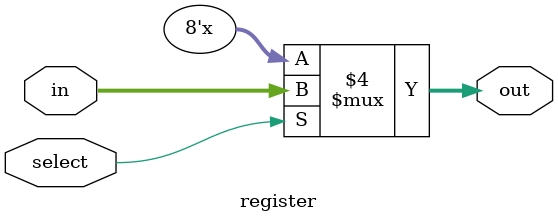
<source format=v>
`timescale 1ns / 100ps

module register(

	input [7:0] in,
	input select,
	output reg [7:0] out
	);

initial
	begin
	out = 0;
	end

always @(select or in)
	begin
	#1 if (select)
		begin
		out = in;
		end
	end

endmodule

</source>
